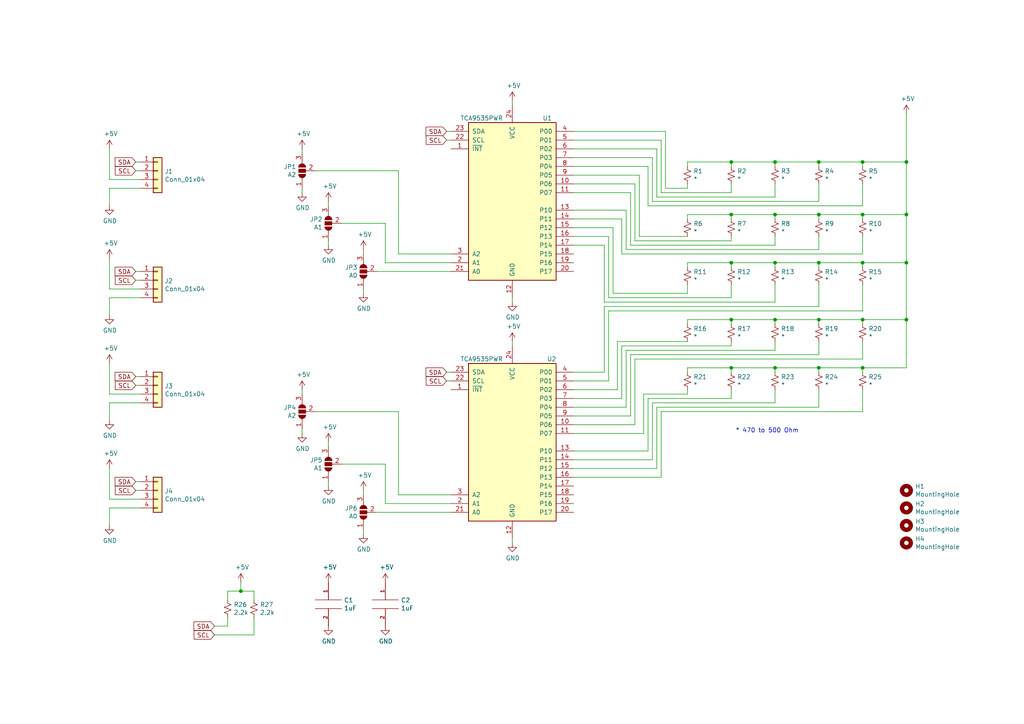
<source format=kicad_sch>
(kicad_sch (version 20211123) (generator eeschema)
  (paper "A4")
  (lib_symbols
    (symbol "Connector_Generic:Conn_01x04" (pin_names (offset 1.016) hide)
      (property "Reference" "J" (at 0 5.08 0))
      (property "Value" "Conn_01x04" (at 0 -7.62 0))
      (symbol "Conn_01x04_1_1"
        (rectangle (start -1.27 -4.953) (end 0 -5.207) (stroke (width 0.1524)))
        (rectangle (start -1.27 -2.413) (end 0 -2.667) (stroke (width 0.1524)))
        (rectangle (start -1.27 0.127) (end 0 -0.127) (stroke (width 0.1524)))
        (rectangle (start -1.27 2.667) (end 0 2.413) (stroke (width 0.1524)))
        (rectangle (start -1.27 3.81) (end 1.27 -6.35) (stroke (width 0.254)) (fill (type background)))
        (pin passive line (at -5.08 2.54 0) (length 3.81) (name "Pin_1") (number "1"))
        (pin passive line (at -5.08 0 0) (length 3.81) (name "Pin_2") (number "2"))
        (pin passive line (at -5.08 -2.54 0) (length 3.81) (name "Pin_3") (number "3"))
        (pin passive line (at -5.08 -5.08 0) (length 3.81) (name "Pin_4") (number "4"))
      )
    )
    (symbol "Device:R_Small_US" (pin_numbers hide) (pin_names (offset 0.254) hide)
      (property "Reference" "R" (at 0.762 0.508 0))
      (property "Value" "R_Small_US" (at 0.762 -1.016 0))
      (symbol "R_Small_US_1_1"
        (polyline (pts (xy 0 0) (xy 1.016 -0.381) (xy 0 -0.762) (xy -1.016 -1.143) (xy 0 -1.524)))
        (polyline (pts (xy 0 1.524) (xy 1.016 1.143) (xy 0 0.762) (xy -1.016 0.381) (xy 0 0)))
        (pin passive line (at 0 2.54 270) (length 1.016) (name "~") (number "1"))
        (pin passive line (at 0 -2.54 90) (length 1.016) (name "~") (number "2"))
      )
    )
    (symbol "Interface_Expansion:TCA9535PWR" (pin_names (offset 1.016))
      (property "Reference" "U" (at -11.43 24.13 0))
      (property "Value" "TCA9535PWR" (at 0 0 0))
      (symbol "TCA9535PWR_0_1"
        (rectangle (start -12.7 22.86) (end 12.7 -22.86) (stroke (width 0.254)) (fill (type background)))
      )
      (symbol "TCA9535PWR_1_1"
        (pin open_collector line (at -17.78 15.24 0) (length 5.08) (name "~{INT}") (number "1"))
        (pin bidirectional line (at 17.78 5.08 180) (length 5.08) (name "P06") (number "10"))
        (pin bidirectional line (at 17.78 2.54 180) (length 5.08) (name "P07") (number "11"))
        (pin power_in line (at 0 -27.94 90) (length 5.08) (name "GND") (number "12"))
        (pin bidirectional line (at 17.78 -2.54 180) (length 5.08) (name "P10") (number "13"))
        (pin bidirectional line (at 17.78 -5.08 180) (length 5.08) (name "P11") (number "14"))
        (pin bidirectional line (at 17.78 -7.62 180) (length 5.08) (name "P12") (number "15"))
        (pin bidirectional line (at 17.78 -10.16 180) (length 5.08) (name "P13") (number "16"))
        (pin bidirectional line (at 17.78 -12.7 180) (length 5.08) (name "P14") (number "17"))
        (pin bidirectional line (at 17.78 -15.24 180) (length 5.08) (name "P15") (number "18"))
        (pin bidirectional line (at 17.78 -17.78 180) (length 5.08) (name "P16") (number "19"))
        (pin input line (at -17.78 -17.78 0) (length 5.08) (name "A1") (number "2"))
        (pin bidirectional line (at 17.78 -20.32 180) (length 5.08) (name "P17") (number "20"))
        (pin input line (at -17.78 -20.32 0) (length 5.08) (name "A0") (number "21"))
        (pin input line (at -17.78 17.78 0) (length 5.08) (name "SCL") (number "22"))
        (pin bidirectional line (at -17.78 20.32 0) (length 5.08) (name "SDA") (number "23"))
        (pin power_in line (at 0 27.94 270) (length 5.08) (name "VCC") (number "24"))
        (pin input line (at -17.78 -15.24 0) (length 5.08) (name "A2") (number "3"))
        (pin bidirectional line (at 17.78 20.32 180) (length 5.08) (name "P00") (number "4"))
        (pin bidirectional line (at 17.78 17.78 180) (length 5.08) (name "P01") (number "5"))
        (pin bidirectional line (at 17.78 15.24 180) (length 5.08) (name "P02") (number "6"))
        (pin bidirectional line (at 17.78 12.7 180) (length 5.08) (name "P03") (number "7"))
        (pin bidirectional line (at 17.78 10.16 180) (length 5.08) (name "P04") (number "8"))
        (pin bidirectional line (at 17.78 7.62 180) (length 5.08) (name "P05") (number "9"))
      )
    )
    (symbol "Jumper:SolderJumper_3_Open" (pin_names (offset 0) hide)
      (property "Reference" "JP" (at -2.54 -2.54 0))
      (property "Value" "SolderJumper_3_Open" (at 0 2.794 0))
      (symbol "SolderJumper_3_Open_0_1"
        (arc (start -1.016 1.016) (mid -2.032 0) (end -1.016 -1.016))
        (arc (start -1.016 1.016) (mid -2.032 0) (end -1.016 -1.016) (fill (type outline)))
        (rectangle (start -0.508 1.016) (end 0.508 -1.016) (fill (type outline)))
        (polyline (pts (xy -2.54 0) (xy -2.032 0)))
        (polyline (pts (xy -1.016 1.016) (xy -1.016 -1.016)))
        (polyline (pts (xy 0 -1.27) (xy 0 -1.016)))
        (polyline (pts (xy 1.016 1.016) (xy 1.016 -1.016)))
        (polyline (pts (xy 2.54 0) (xy 2.032 0)))
        (arc (start 1.016 -1.016) (mid 2.032 0) (end 1.016 1.016))
        (arc (start 1.016 -1.016) (mid 2.032 0) (end 1.016 1.016) (fill (type outline)))
      )
      (symbol "SolderJumper_3_Open_1_1"
        (pin passive line (at -5.08 0 0) (length 2.54) (name "A") (number "1"))
        (pin input line (at 0 -3.81 90) (length 2.54) (name "C") (number "2"))
        (pin passive line (at 5.08 0 180) (length 2.54) (name "B") (number "3"))
      )
    )
    (symbol "Mechanical:MountingHole" (pin_names (offset 1.016))
      (property "Reference" "H" (at 0 5.08 0))
      (property "Value" "MountingHole" (at 0 3.175 0))
      (symbol "MountingHole_0_1"
        (circle (center 0 0) (radius 1.27) (stroke (width 1.27)))
      )
    )
    (symbol "power:+5V" (power) (pin_names (offset 0))
      (property "Value" "+5V" (at 0 3.556 0))
      (symbol "+5V_0_1"
        (polyline (pts (xy -0.762 1.27) (xy 0 2.54)))
        (polyline (pts (xy 0 0) (xy 0 2.54)))
        (polyline (pts (xy 0 2.54) (xy 0.762 1.27)))
      )
      (symbol "+5V_1_1"
        (pin power_in line (at 0 0 90) (length 0) hide (name "+5V") (number "1"))
      )
    )
    (symbol "power:GND" (power) (pin_names (offset 0))
      (property "Value" "GND" (at 0 -3.81 0))
      (symbol "GND_0_1"
        (polyline (pts (xy 0 0) (xy 0 -1.27) (xy 1.27 -1.27) (xy 0 -2.54) (xy -1.27 -1.27) (xy 0 -1.27)))
      )
      (symbol "GND_1_1"
        (pin power_in line (at 0 0 270) (length 0) hide (name "GND") (number "1"))
      )
    )
    (symbol "pspice:CAP" (pin_names (offset 0.254))
      (property "Reference" "C" (at 2.54 3.81 90))
      (property "Value" "CAP" (at 2.54 -3.81 90))
      (symbol "CAP_0_1"
        (polyline (pts (xy -3.81 -1.27) (xy 3.81 -1.27)))
        (polyline (pts (xy -3.81 1.27) (xy 3.81 1.27)))
      )
      (symbol "CAP_1_1"
        (pin passive line (at 0 6.35 270) (length 5.08) (name "~") (number "1"))
        (pin passive line (at 0 -6.35 90) (length 5.08) (name "~") (number "2"))
      )
    )
  )
  (junction (at 262.89 92.71))
  (junction (at 250.19 62.23))
  (junction (at 69.85 171.45))
  (junction (at 224.79 46.99))
  (junction (at 224.79 76.2))
  (junction (at 237.49 62.23))
  (junction (at 212.09 106.68))
  (junction (at 212.09 92.71))
  (junction (at 237.49 106.68))
  (junction (at 237.49 76.2))
  (junction (at 262.89 62.23))
  (junction (at 250.19 92.71))
  (junction (at 212.09 76.2))
  (junction (at 250.19 106.68))
  (junction (at 250.19 46.99))
  (junction (at 212.09 62.23))
  (junction (at 224.79 106.68))
  (junction (at 262.89 76.2))
  (junction (at 224.79 92.71))
  (junction (at 237.49 46.99))
  (junction (at 250.19 76.2))
  (junction (at 237.49 92.71))
  (junction (at 262.89 46.99))
  (junction (at 212.09 46.99))
  (junction (at 224.79 62.23))
  (wire (pts (xy 185.42 50.8) (xy 185.42 68.58)))
  (wire (pts (xy 199.39 106.68) (xy 212.09 106.68)))
  (wire (pts (xy 115.57 119.38) (xy 91.44 119.38)))
  (wire (pts (xy 105.41 72.39) (xy 105.41 73.66)))
  (wire (pts (xy 224.79 113.03) (xy 224.79 116.84)))
  (wire (pts (xy 181.61 72.39) (xy 237.49 72.39)))
  (wire (pts (xy 111.76 134.62) (xy 111.76 146.05)))
  (wire (pts (xy 115.57 73.66) (xy 115.57 49.53)))
  (wire (pts (xy 129.54 38.1) (xy 130.81 38.1)))
  (wire (pts (xy 212.09 55.88) (xy 212.09 53.34)))
  (wire (pts (xy 212.09 62.23) (xy 212.09 63.5)))
  (wire (pts (xy 166.37 63.5) (xy 180.34 63.5)))
  (wire (pts (xy 31.75 135.89) (xy 31.75 144.78)))
  (wire (pts (xy 250.19 92.71) (xy 250.19 93.98)))
  (wire (pts (xy 189.23 116.84) (xy 189.23 133.35)))
  (wire (pts (xy 31.75 114.3) (xy 40.64 114.3)))
  (wire (pts (xy 166.37 115.57) (xy 180.34 115.57)))
  (wire (pts (xy 237.49 82.55) (xy 237.49 88.9)))
  (wire (pts (xy 184.15 69.85) (xy 212.09 69.85)))
  (wire (pts (xy 237.49 118.11) (xy 190.5 118.11)))
  (wire (pts (xy 95.25 58.42) (xy 95.25 59.69)))
  (wire (pts (xy 87.63 43.18) (xy 87.63 44.45)))
  (wire (pts (xy 262.89 76.2) (xy 262.89 62.23)))
  (wire (pts (xy 212.09 76.2) (xy 224.79 76.2)))
  (wire (pts (xy 199.39 92.71) (xy 212.09 92.71)))
  (wire (pts (xy 237.49 72.39) (xy 237.49 68.58)))
  (wire (pts (xy 179.07 99.06) (xy 199.39 99.06)))
  (wire (pts (xy 224.79 92.71) (xy 224.79 93.98)))
  (wire (pts (xy 31.75 152.4) (xy 31.75 147.32)))
  (wire (pts (xy 224.79 106.68) (xy 224.79 107.95)))
  (wire (pts (xy 184.15 123.19) (xy 166.37 123.19)))
  (wire (pts (xy 224.79 116.84) (xy 189.23 116.84)))
  (wire (pts (xy 177.8 85.09) (xy 199.39 85.09)))
  (wire (pts (xy 224.79 106.68) (xy 237.49 106.68)))
  (wire (pts (xy 184.15 104.14) (xy 184.15 123.19)))
  (wire (pts (xy 66.04 173.99) (xy 66.04 171.45)))
  (wire (pts (xy 95.25 128.27) (xy 95.25 129.54)))
  (wire (pts (xy 148.59 156.21) (xy 148.59 157.48)))
  (wire (pts (xy 105.41 85.09) (xy 105.41 83.82)))
  (wire (pts (xy 166.37 45.72) (xy 189.23 45.72)))
  (wire (pts (xy 31.75 105.41) (xy 31.75 114.3)))
  (wire (pts (xy 166.37 55.88) (xy 182.88 55.88)))
  (wire (pts (xy 224.79 76.2) (xy 237.49 76.2)))
  (wire (pts (xy 237.49 62.23) (xy 237.49 63.5)))
  (wire (pts (xy 87.63 113.03) (xy 87.63 114.3)))
  (wire (pts (xy 189.23 133.35) (xy 166.37 133.35)))
  (wire (pts (xy 66.04 181.61) (xy 66.04 179.07)))
  (wire (pts (xy 109.22 78.74) (xy 130.81 78.74)))
  (wire (pts (xy 224.79 57.15) (xy 224.79 53.34)))
  (wire (pts (xy 224.79 76.2) (xy 224.79 77.47)))
  (wire (pts (xy 237.49 106.68) (xy 237.49 107.95)))
  (wire (pts (xy 199.39 48.26) (xy 199.39 46.99)))
  (wire (pts (xy 180.34 100.33) (xy 212.09 100.33)))
  (wire (pts (xy 199.39 114.3) (xy 186.69 114.3)))
  (wire (pts (xy 129.54 110.49) (xy 130.81 110.49)))
  (wire (pts (xy 212.09 92.71) (xy 212.09 93.98)))
  (wire (pts (xy 224.79 62.23) (xy 224.79 63.5)))
  (wire (pts (xy 105.41 154.94) (xy 105.41 153.67)))
  (wire (pts (xy 111.76 64.77) (xy 111.76 76.2)))
  (wire (pts (xy 224.79 101.6) (xy 224.79 99.06)))
  (wire (pts (xy 166.37 110.49) (xy 176.53 110.49)))
  (wire (pts (xy 31.75 147.32) (xy 40.64 147.32)))
  (wire (pts (xy 189.23 45.72) (xy 189.23 58.42)))
  (wire (pts (xy 166.37 40.64) (xy 191.77 40.64)))
  (wire (pts (xy 212.09 62.23) (xy 224.79 62.23)))
  (wire (pts (xy 250.19 62.23) (xy 262.89 62.23)))
  (wire (pts (xy 181.61 60.96) (xy 181.61 72.39)))
  (wire (pts (xy 224.79 62.23) (xy 237.49 62.23)))
  (wire (pts (xy 187.96 59.69) (xy 250.19 59.69)))
  (wire (pts (xy 250.19 46.99) (xy 250.19 48.26)))
  (wire (pts (xy 191.77 55.88) (xy 212.09 55.88)))
  (wire (pts (xy 115.57 143.51) (xy 130.81 143.51)))
  (wire (pts (xy 180.34 73.66) (xy 250.19 73.66)))
  (wire (pts (xy 31.75 43.18) (xy 31.75 52.07)))
  (wire (pts (xy 31.75 54.61) (xy 40.64 54.61)))
  (wire (pts (xy 224.79 82.55) (xy 224.79 87.63)))
  (wire (pts (xy 31.75 74.93) (xy 31.75 83.82)))
  (wire (pts (xy 250.19 76.2) (xy 262.89 76.2)))
  (wire (pts (xy 148.59 29.21) (xy 148.59 30.48)))
  (wire (pts (xy 166.37 71.12) (xy 175.26 71.12)))
  (wire (pts (xy 187.96 115.57) (xy 212.09 115.57)))
  (wire (pts (xy 129.54 107.95) (xy 130.81 107.95)))
  (wire (pts (xy 250.19 106.68) (xy 250.19 107.95)))
  (wire (pts (xy 39.37 49.53) (xy 40.64 49.53)))
  (wire (pts (xy 184.15 53.34) (xy 184.15 69.85)))
  (wire (pts (xy 191.77 119.38) (xy 191.77 138.43)))
  (wire (pts (xy 166.37 53.34) (xy 184.15 53.34)))
  (wire (pts (xy 166.37 107.95) (xy 175.26 107.95)))
  (wire (pts (xy 185.42 68.58) (xy 199.39 68.58)))
  (wire (pts (xy 212.09 46.99) (xy 224.79 46.99)))
  (wire (pts (xy 212.09 106.68) (xy 224.79 106.68)))
  (wire (pts (xy 148.59 87.63) (xy 148.59 86.36)))
  (wire (pts (xy 166.37 68.58) (xy 176.53 68.58)))
  (wire (pts (xy 39.37 46.99) (xy 40.64 46.99)))
  (wire (pts (xy 69.85 171.45) (xy 73.66 171.45)))
  (wire (pts (xy 182.88 55.88) (xy 182.88 71.12)))
  (wire (pts (xy 175.26 88.9) (xy 237.49 88.9)))
  (wire (pts (xy 237.49 46.99) (xy 237.49 48.26)))
  (wire (pts (xy 224.79 46.99) (xy 237.49 46.99)))
  (wire (pts (xy 262.89 46.99) (xy 262.89 33.02)))
  (wire (pts (xy 237.49 58.42) (xy 237.49 53.34)))
  (wire (pts (xy 199.39 82.55) (xy 199.39 85.09)))
  (wire (pts (xy 199.39 93.98) (xy 199.39 92.71)))
  (wire (pts (xy 31.75 83.82) (xy 40.64 83.82)))
  (wire (pts (xy 109.22 148.59) (xy 130.81 148.59)))
  (wire (pts (xy 166.37 113.03) (xy 179.07 113.03)))
  (wire (pts (xy 212.09 100.33) (xy 212.09 99.06)))
  (wire (pts (xy 250.19 59.69) (xy 250.19 53.34)))
  (wire (pts (xy 237.49 92.71) (xy 250.19 92.71)))
  (wire (pts (xy 111.76 76.2) (xy 130.81 76.2)))
  (wire (pts (xy 250.19 82.55) (xy 250.19 90.17)))
  (wire (pts (xy 199.39 77.47) (xy 199.39 76.2)))
  (wire (pts (xy 190.5 135.89) (xy 166.37 135.89)))
  (wire (pts (xy 166.37 60.96) (xy 181.61 60.96)))
  (wire (pts (xy 99.06 64.77) (xy 111.76 64.77)))
  (wire (pts (xy 95.25 71.12) (xy 95.25 69.85)))
  (wire (pts (xy 62.23 181.61) (xy 66.04 181.61)))
  (wire (pts (xy 129.54 40.64) (xy 130.81 40.64)))
  (wire (pts (xy 111.76 146.05) (xy 130.81 146.05)))
  (wire (pts (xy 31.75 121.92) (xy 31.75 116.84)))
  (wire (pts (xy 199.39 113.03) (xy 199.39 114.3)))
  (wire (pts (xy 237.49 106.68) (xy 250.19 106.68)))
  (wire (pts (xy 212.09 115.57) (xy 212.09 113.03)))
  (wire (pts (xy 180.34 115.57) (xy 180.34 100.33)))
  (wire (pts (xy 166.37 38.1) (xy 193.04 38.1)))
  (wire (pts (xy 262.89 106.68) (xy 262.89 92.71)))
  (wire (pts (xy 31.75 59.69) (xy 31.75 54.61)))
  (wire (pts (xy 115.57 143.51) (xy 115.57 119.38)))
  (wire (pts (xy 193.04 38.1) (xy 193.04 54.61)))
  (wire (pts (xy 177.8 66.04) (xy 177.8 85.09)))
  (wire (pts (xy 199.39 62.23) (xy 212.09 62.23)))
  (wire (pts (xy 237.49 92.71) (xy 237.49 93.98)))
  (wire (pts (xy 176.53 68.58) (xy 176.53 86.36)))
  (wire (pts (xy 224.79 71.12) (xy 224.79 68.58)))
  (wire (pts (xy 115.57 49.53) (xy 91.44 49.53)))
  (wire (pts (xy 166.37 48.26) (xy 187.96 48.26)))
  (wire (pts (xy 166.37 66.04) (xy 177.8 66.04)))
  (wire (pts (xy 250.19 106.68) (xy 262.89 106.68)))
  (wire (pts (xy 237.49 76.2) (xy 237.49 77.47)))
  (wire (pts (xy 191.77 40.64) (xy 191.77 55.88)))
  (wire (pts (xy 166.37 130.81) (xy 187.96 130.81)))
  (wire (pts (xy 87.63 55.88) (xy 87.63 54.61)))
  (wire (pts (xy 237.49 113.03) (xy 237.49 118.11)))
  (wire (pts (xy 190.5 43.18) (xy 190.5 57.15)))
  (wire (pts (xy 179.07 113.03) (xy 179.07 99.06)))
  (wire (pts (xy 250.19 92.71) (xy 262.89 92.71)))
  (wire (pts (xy 250.19 76.2) (xy 250.19 77.47)))
  (wire (pts (xy 237.49 76.2) (xy 250.19 76.2)))
  (wire (pts (xy 237.49 62.23) (xy 250.19 62.23)))
  (wire (pts (xy 62.23 184.15) (xy 73.66 184.15)))
  (wire (pts (xy 166.37 120.65) (xy 182.88 120.65)))
  (wire (pts (xy 175.26 87.63) (xy 224.79 87.63)))
  (wire (pts (xy 175.26 107.95) (xy 175.26 88.9)))
  (wire (pts (xy 182.88 71.12) (xy 224.79 71.12)))
  (wire (pts (xy 187.96 48.26) (xy 187.96 59.69)))
  (wire (pts (xy 199.39 76.2) (xy 212.09 76.2)))
  (wire (pts (xy 193.04 54.61) (xy 199.39 54.61)))
  (wire (pts (xy 31.75 86.36) (xy 40.64 86.36)))
  (wire (pts (xy 191.77 138.43) (xy 166.37 138.43)))
  (wire (pts (xy 250.19 99.06) (xy 250.19 104.14)))
  (wire (pts (xy 199.39 46.99) (xy 212.09 46.99)))
  (wire (pts (xy 199.39 107.95) (xy 199.39 106.68)))
  (wire (pts (xy 224.79 92.71) (xy 237.49 92.71)))
  (wire (pts (xy 105.41 142.24) (xy 105.41 143.51)))
  (wire (pts (xy 212.09 92.71) (xy 224.79 92.71)))
  (wire (pts (xy 212.09 106.68) (xy 212.09 107.95)))
  (wire (pts (xy 176.53 86.36) (xy 212.09 86.36)))
  (wire (pts (xy 166.37 50.8) (xy 185.42 50.8)))
  (wire (pts (xy 181.61 101.6) (xy 224.79 101.6)))
  (wire (pts (xy 250.19 62.23) (xy 250.19 63.5)))
  (wire (pts (xy 250.19 119.38) (xy 191.77 119.38)))
  (wire (pts (xy 190.5 57.15) (xy 224.79 57.15)))
  (wire (pts (xy 182.88 120.65) (xy 182.88 102.87)))
  (wire (pts (xy 39.37 139.7) (xy 40.64 139.7)))
  (wire (pts (xy 69.85 168.91) (xy 69.85 171.45)))
  (wire (pts (xy 212.09 69.85) (xy 212.09 68.58)))
  (wire (pts (xy 182.88 102.87) (xy 237.49 102.87)))
  (wire (pts (xy 186.69 125.73) (xy 166.37 125.73)))
  (wire (pts (xy 262.89 92.71) (xy 262.89 76.2)))
  (wire (pts (xy 99.06 134.62) (xy 111.76 134.62)))
  (wire (pts (xy 31.75 144.78) (xy 40.64 144.78)))
  (wire (pts (xy 187.96 130.81) (xy 187.96 115.57)))
  (wire (pts (xy 250.19 46.99) (xy 262.89 46.99)))
  (wire (pts (xy 184.15 104.14) (xy 250.19 104.14)))
  (wire (pts (xy 181.61 118.11) (xy 166.37 118.11)))
  (wire (pts (xy 175.26 71.12) (xy 175.26 87.63)))
  (wire (pts (xy 166.37 43.18) (xy 190.5 43.18)))
  (wire (pts (xy 180.34 63.5) (xy 180.34 73.66)))
  (wire (pts (xy 250.19 113.03) (xy 250.19 119.38)))
  (wire (pts (xy 237.49 99.06) (xy 237.49 102.87)))
  (wire (pts (xy 186.69 114.3) (xy 186.69 125.73)))
  (wire (pts (xy 73.66 184.15) (xy 73.66 179.07)))
  (wire (pts (xy 31.75 52.07) (xy 40.64 52.07)))
  (wire (pts (xy 148.59 100.33) (xy 148.59 99.06)))
  (wire (pts (xy 39.37 109.22) (xy 40.64 109.22)))
  (wire (pts (xy 31.75 91.44) (xy 31.75 86.36)))
  (wire (pts (xy 87.63 125.73) (xy 87.63 124.46)))
  (wire (pts (xy 224.79 46.99) (xy 224.79 48.26)))
  (wire (pts (xy 181.61 101.6) (xy 181.61 118.11)))
  (wire (pts (xy 212.09 82.55) (xy 212.09 86.36)))
  (wire (pts (xy 199.39 54.61) (xy 199.39 53.34)))
  (wire (pts (xy 262.89 62.23) (xy 262.89 46.99)))
  (wire (pts (xy 199.39 63.5) (xy 199.39 62.23)))
  (wire (pts (xy 39.37 78.74) (xy 40.64 78.74)))
  (wire (pts (xy 31.75 116.84) (xy 40.64 116.84)))
  (wire (pts (xy 212.09 46.99) (xy 212.09 48.26)))
  (wire (pts (xy 212.09 76.2) (xy 212.09 77.47)))
  (wire (pts (xy 39.37 81.28) (xy 40.64 81.28)))
  (wire (pts (xy 115.57 73.66) (xy 130.81 73.66)))
  (wire (pts (xy 237.49 46.99) (xy 250.19 46.99)))
  (wire (pts (xy 73.66 171.45) (xy 73.66 173.99)))
  (wire (pts (xy 176.53 110.49) (xy 176.53 90.17)))
  (wire (pts (xy 39.37 142.24) (xy 40.64 142.24)))
  (wire (pts (xy 66.04 171.45) (xy 69.85 171.45)))
  (wire (pts (xy 39.37 111.76) (xy 40.64 111.76)))
  (wire (pts (xy 250.19 73.66) (xy 250.19 68.58)))
  (wire (pts (xy 189.23 58.42) (xy 237.49 58.42)))
  (wire (pts (xy 176.53 90.17) (xy 250.19 90.17)))
  (wire (pts (xy 95.25 140.97) (xy 95.25 139.7)))
  (wire (pts (xy 190.5 118.11) (xy 190.5 135.89)))
  (text "* 470 to 500 Ohm" (at 213.36 125.73 0) (effects (font (size 1.27 1.27)) (justify left bottom)))
  (global_label "SDA" (shape input) (at 39.37 139.7 180) (property "Intersheet References" "${INTERSHEET_REFS}" (effects hide)))
  (global_label "SDA" (shape input) (at 129.54 107.95 180) (property "Intersheet References" "${INTERSHEET_REFS}" (effects hide)))
  (global_label "SDA" (shape input) (at 39.37 78.74 180) (property "Intersheet References" "${INTERSHEET_REFS}" (effects hide)))
  (global_label "SDA" (shape input) (at 129.54 38.1 180) (property "Intersheet References" "${INTERSHEET_REFS}" (effects hide)))
  (global_label "SCL" (shape input) (at 62.23 184.15 180) (property "Intersheet References" "${INTERSHEET_REFS}" (effects hide)))
  (global_label "SCL" (shape input) (at 39.37 81.28 180) (property "Intersheet References" "${INTERSHEET_REFS}" (effects hide)))
  (global_label "SCL" (shape input) (at 39.37 49.53 180) (property "Intersheet References" "${INTERSHEET_REFS}" (effects hide)))
  (global_label "SCL" (shape input) (at 39.37 142.24 180) (property "Intersheet References" "${INTERSHEET_REFS}" (effects hide)))
  (global_label "SDA" (shape input) (at 62.23 181.61 180) (property "Intersheet References" "${INTERSHEET_REFS}" (effects hide)))
  (global_label "SCL" (shape input) (at 39.37 111.76 180) (property "Intersheet References" "${INTERSHEET_REFS}" (effects hide)))
  (global_label "SCL" (shape input) (at 129.54 40.64 180) (property "Intersheet References" "${INTERSHEET_REFS}" (effects hide)))
  (global_label "SDA" (shape input) (at 39.37 109.22 180) (property "Intersheet References" "${INTERSHEET_REFS}" (effects hide)))
  (global_label "SDA" (shape input) (at 39.37 46.99 180) (property "Intersheet References" "${INTERSHEET_REFS}" (effects hide)))
  (global_label "SCL" (shape input) (at 129.54 110.49 180) (property "Intersheet References" "${INTERSHEET_REFS}" (effects hide)))
  (symbol (lib_id "Device:R_Small_US") (at 199.39 50.8 0) (unit 1)
    (property "Reference" "R1" (at 201.1172 49.6316 0) (effects (justify left)))
    (property "Value" "*" (at 201.1172 51.943 0) (effects (justify left)))
    (property "Footprint" "Resistor_SMD:R_2010_5025Metric" (effects hide))
  )
  (symbol (lib_id "Interface_Expansion:TCA9535PWR") (at 148.59 58.42 0) (unit 1)
    (property "Reference" "U1" (at 158.75 34.29 0))
    (property "Value" "TCA9535PWR" (at 139.7 34.29 0))
    (property "Footprint" "Package_SO:TSSOP-24_4.4x7.8mm_P0.65mm" (effects hide))
    (property "Datasheet" "http://www.ti.com/lit/ds/symlink/tca9535.pdf" (effects hide))
  )
  (symbol (lib_id "Interface_Expansion:TCA9535PWR") (at 148.59 128.27 0) (unit 1)
    (property "Reference" "U2" (at 160.02 104.14 0))
    (property "Value" "TCA9535PWR" (at 139.7 104.14 0))
    (property "Footprint" "Package_SO:TSSOP-24_4.4x7.8mm_P0.65mm" (effects hide))
    (property "Datasheet" "http://www.ti.com/lit/ds/symlink/tca9535.pdf" (effects hide))
  )
  (symbol (lib_id "power:GND") (at 148.59 87.63 0) (unit 1)
    (property "Reference" "#PWR012" (effects hide))
    (property "Value" "GND" (at 148.717 92.0242 0))
  )
  (symbol (lib_id "power:GND") (at 148.59 157.48 0) (unit 1)
    (property "Reference" "#PWR025" (effects hide))
    (property "Value" "GND" (at 148.717 161.8742 0))
  )
  (symbol (lib_id "power:+5V") (at 148.59 29.21 0) (unit 1)
    (property "Reference" "#PWR01" (effects hide))
    (property "Value" "+5V" (at 148.971 24.8158 0))
  )
  (symbol (lib_id "power:+5V") (at 148.59 99.06 0) (unit 1)
    (property "Reference" "#PWR014" (effects hide))
    (property "Value" "+5V" (at 148.971 94.6658 0))
  )
  (symbol (lib_id "power:+5V") (at 262.89 33.02 0) (unit 1)
    (property "Reference" "#PWR02" (effects hide))
    (property "Value" "+5V" (at 263.271 28.6258 0))
  )
  (symbol (lib_id "Mechanical:MountingHole") (at 262.89 142.24 0) (unit 1)
    (property "Reference" "H1" (at 265.43 141.0716 0) (effects (justify left)))
    (property "Value" "MountingHole" (at 265.43 143.383 0) (effects (justify left)))
    (property "Footprint" "MountingHole:MountingHole_2.2mm_M2" (effects hide))
  )
  (symbol (lib_id "Device:R_Small_US") (at 212.09 50.8 0) (unit 1)
    (property "Reference" "R2" (at 213.8172 49.6316 0) (effects (justify left)))
    (property "Value" "*" (at 213.8172 51.943 0) (effects (justify left)))
    (property "Footprint" "Resistor_SMD:R_2010_5025Metric" (effects hide))
  )
  (symbol (lib_id "Device:R_Small_US") (at 224.79 50.8 0) (unit 1)
    (property "Reference" "R3" (at 226.5172 49.6316 0) (effects (justify left)))
    (property "Value" "*" (at 226.5172 51.943 0) (effects (justify left)))
    (property "Footprint" "Resistor_SMD:R_2010_5025Metric" (effects hide))
  )
  (symbol (lib_id "Device:R_Small_US") (at 237.49 50.8 0) (unit 1)
    (property "Reference" "R4" (at 239.2172 49.6316 0) (effects (justify left)))
    (property "Value" "*" (at 239.2172 51.943 0) (effects (justify left)))
    (property "Footprint" "Resistor_SMD:R_2010_5025Metric" (effects hide))
  )
  (symbol (lib_id "Device:R_Small_US") (at 250.19 50.8 0) (unit 1)
    (property "Reference" "R5" (at 251.9172 49.6316 0) (effects (justify left)))
    (property "Value" "*" (at 251.9172 51.943 0) (effects (justify left)))
    (property "Footprint" "Resistor_SMD:R_2010_5025Metric" (effects hide))
  )
  (symbol (lib_id "Device:R_Small_US") (at 199.39 80.01 0) (unit 1)
    (property "Reference" "R11" (at 201.1172 78.8416 0) (effects (justify left)))
    (property "Value" "*" (at 201.1172 81.153 0) (effects (justify left)))
    (property "Footprint" "Resistor_SMD:R_2010_5025Metric" (effects hide))
  )
  (symbol (lib_id "Device:R_Small_US") (at 212.09 80.01 0) (unit 1)
    (property "Reference" "R12" (at 213.8172 78.8416 0) (effects (justify left)))
    (property "Value" "*" (at 213.8172 81.153 0) (effects (justify left)))
    (property "Footprint" "Resistor_SMD:R_2010_5025Metric" (effects hide))
  )
  (symbol (lib_id "Device:R_Small_US") (at 224.79 80.01 0) (unit 1)
    (property "Reference" "R13" (at 226.5172 78.8416 0) (effects (justify left)))
    (property "Value" "*" (at 226.5172 81.153 0) (effects (justify left)))
    (property "Footprint" "Resistor_SMD:R_2010_5025Metric" (effects hide))
  )
  (symbol (lib_id "Device:R_Small_US") (at 237.49 80.01 0) (unit 1)
    (property "Reference" "R14" (at 239.2172 78.8416 0) (effects (justify left)))
    (property "Value" "*" (at 239.2172 81.153 0) (effects (justify left)))
    (property "Footprint" "Resistor_SMD:R_2010_5025Metric" (effects hide))
  )
  (symbol (lib_id "Device:R_Small_US") (at 250.19 80.01 0) (unit 1)
    (property "Reference" "R15" (at 251.9172 78.8416 0) (effects (justify left)))
    (property "Value" "*" (at 251.9172 81.153 0) (effects (justify left)))
    (property "Footprint" "Resistor_SMD:R_2010_5025Metric" (effects hide))
  )
  (symbol (lib_id "Device:R_Small_US") (at 199.39 66.04 0) (unit 1)
    (property "Reference" "R6" (at 201.1172 64.8716 0) (effects (justify left)))
    (property "Value" "*" (at 201.1172 67.183 0) (effects (justify left)))
    (property "Footprint" "Resistor_SMD:R_2010_5025Metric" (effects hide))
  )
  (symbol (lib_id "Device:R_Small_US") (at 212.09 66.04 0) (unit 1)
    (property "Reference" "R7" (at 213.8172 64.8716 0) (effects (justify left)))
    (property "Value" "*" (at 213.8172 67.183 0) (effects (justify left)))
    (property "Footprint" "Resistor_SMD:R_2010_5025Metric" (effects hide))
  )
  (symbol (lib_id "Device:R_Small_US") (at 224.79 66.04 0) (unit 1)
    (property "Reference" "R8" (at 226.5172 64.8716 0) (effects (justify left)))
    (property "Value" "*" (at 226.5172 67.183 0) (effects (justify left)))
    (property "Footprint" "Resistor_SMD:R_2010_5025Metric" (effects hide))
  )
  (symbol (lib_id "Device:R_Small_US") (at 237.49 66.04 0) (unit 1)
    (property "Reference" "R9" (at 239.2172 64.8716 0) (effects (justify left)))
    (property "Value" "*" (at 239.2172 67.183 0) (effects (justify left)))
    (property "Footprint" "Resistor_SMD:R_2010_5025Metric" (effects hide))
  )
  (symbol (lib_id "Device:R_Small_US") (at 250.19 66.04 0) (unit 1)
    (property "Reference" "R10" (at 251.9172 64.8716 0) (effects (justify left)))
    (property "Value" "*" (at 251.9172 67.183 0) (effects (justify left)))
    (property "Footprint" "Resistor_SMD:R_2010_5025Metric" (effects hide))
  )
  (symbol (lib_id "Device:R_Small_US") (at 199.39 96.52 0) (unit 1)
    (property "Reference" "R16" (at 201.1172 95.3516 0) (effects (justify left)))
    (property "Value" "*" (at 201.1172 97.663 0) (effects (justify left)))
    (property "Footprint" "Resistor_SMD:R_2010_5025Metric" (effects hide))
  )
  (symbol (lib_id "Device:R_Small_US") (at 212.09 96.52 0) (unit 1)
    (property "Reference" "R17" (at 213.8172 95.3516 0) (effects (justify left)))
    (property "Value" "*" (at 213.8172 97.663 0) (effects (justify left)))
    (property "Footprint" "Resistor_SMD:R_2010_5025Metric" (effects hide))
  )
  (symbol (lib_id "Device:R_Small_US") (at 224.79 96.52 0) (unit 1)
    (property "Reference" "R18" (at 226.5172 95.3516 0) (effects (justify left)))
    (property "Value" "*" (at 226.5172 97.663 0) (effects (justify left)))
    (property "Footprint" "Resistor_SMD:R_2010_5025Metric" (effects hide))
  )
  (symbol (lib_id "Device:R_Small_US") (at 237.49 96.52 0) (unit 1)
    (property "Reference" "R19" (at 239.2172 95.3516 0) (effects (justify left)))
    (property "Value" "*" (at 239.2172 97.663 0) (effects (justify left)))
    (property "Footprint" "Resistor_SMD:R_2010_5025Metric" (effects hide))
  )
  (symbol (lib_id "Device:R_Small_US") (at 250.19 96.52 0) (unit 1)
    (property "Reference" "R20" (at 251.9172 95.3516 0) (effects (justify left)))
    (property "Value" "*" (at 251.9172 97.663 0) (effects (justify left)))
    (property "Footprint" "Resistor_SMD:R_2010_5025Metric" (effects hide))
  )
  (symbol (lib_id "Device:R_Small_US") (at 199.39 110.49 0) (unit 1)
    (property "Reference" "R21" (at 201.1172 109.3216 0) (effects (justify left)))
    (property "Value" "*" (at 201.1172 111.633 0) (effects (justify left)))
    (property "Footprint" "Resistor_SMD:R_2010_5025Metric" (effects hide))
  )
  (symbol (lib_id "Device:R_Small_US") (at 212.09 110.49 0) (unit 1)
    (property "Reference" "R22" (at 213.8172 109.3216 0) (effects (justify left)))
    (property "Value" "*" (at 213.8172 111.633 0) (effects (justify left)))
    (property "Footprint" "Resistor_SMD:R_2010_5025Metric" (effects hide))
  )
  (symbol (lib_id "Device:R_Small_US") (at 224.79 110.49 0) (unit 1)
    (property "Reference" "R23" (at 226.5172 109.3216 0) (effects (justify left)))
    (property "Value" "*" (at 226.5172 111.633 0) (effects (justify left)))
    (property "Footprint" "Resistor_SMD:R_2010_5025Metric" (effects hide))
  )
  (symbol (lib_id "Device:R_Small_US") (at 237.49 110.49 0) (unit 1)
    (property "Reference" "R24" (at 239.2172 109.3216 0) (effects (justify left)))
    (property "Value" "*" (at 239.2172 111.633 0) (effects (justify left)))
    (property "Footprint" "Resistor_SMD:R_2010_5025Metric" (effects hide))
  )
  (symbol (lib_id "Device:R_Small_US") (at 250.19 110.49 0) (unit 1)
    (property "Reference" "R25" (at 251.9172 109.3216 0) (effects (justify left)))
    (property "Value" "*" (at 251.9172 111.633 0) (effects (justify left)))
    (property "Footprint" "Resistor_SMD:R_2010_5025Metric" (effects hide))
  )
  (symbol (lib_id "Mechanical:MountingHole") (at 262.89 147.32 0) (unit 1)
    (property "Reference" "H2" (at 265.43 146.1516 0) (effects (justify left)))
    (property "Value" "MountingHole" (at 265.43 148.463 0) (effects (justify left)))
    (property "Footprint" "MountingHole:MountingHole_2.2mm_M2" (effects hide))
  )
  (symbol (lib_id "Mechanical:MountingHole") (at 262.89 152.4 0) (unit 1)
    (property "Reference" "H3" (at 265.43 151.2316 0) (effects (justify left)))
    (property "Value" "MountingHole" (at 265.43 153.543 0) (effects (justify left)))
    (property "Footprint" "MountingHole:MountingHole_2.2mm_M2" (effects hide))
  )
  (symbol (lib_id "Mechanical:MountingHole") (at 262.89 157.48 0) (unit 1)
    (property "Reference" "H4" (at 265.43 156.3116 0) (effects (justify left)))
    (property "Value" "MountingHole" (at 265.43 158.623 0) (effects (justify left)))
    (property "Footprint" "MountingHole:MountingHole_2.2mm_M2" (effects hide))
  )
  (symbol (lib_id "pspice:CAP") (at 95.25 175.26 0) (unit 1)
    (property "Reference" "C1" (at 99.7712 174.0916 0) (effects (justify left)))
    (property "Value" "1uF" (at 99.7712 176.403 0) (effects (justify left)))
    (property "Footprint" "Capacitor_SMD:C_0805_2012Metric_Pad1.18x1.45mm_HandSolder" (effects hide))
  )
  (symbol (lib_id "pspice:CAP") (at 111.76 175.26 0) (unit 1)
    (property "Reference" "C2" (at 116.2812 174.0916 0) (effects (justify left)))
    (property "Value" "1uF" (at 116.2812 176.403 0) (effects (justify left)))
    (property "Footprint" "Capacitor_SMD:C_0805_2012Metric_Pad1.18x1.45mm_HandSolder" (effects hide))
  )
  (symbol (lib_id "power:+5V") (at 95.25 168.91 0) (unit 1)
    (property "Reference" "#PWR027" (effects hide))
    (property "Value" "+5V" (at 95.631 164.5158 0))
  )
  (symbol (lib_id "power:+5V") (at 111.76 168.91 0) (unit 1)
    (property "Reference" "#PWR029" (effects hide))
    (property "Value" "+5V" (at 112.141 164.5158 0))
  )
  (symbol (lib_id "power:GND") (at 95.25 181.61 0) (unit 1)
    (property "Reference" "#PWR028" (effects hide))
    (property "Value" "GND" (at 95.377 186.0042 0))
  )
  (symbol (lib_id "power:GND") (at 111.76 181.61 0) (unit 1)
    (property "Reference" "#PWR030" (effects hide))
    (property "Value" "GND" (at 111.887 186.0042 0))
  )
  (symbol (lib_id "Jumper:SolderJumper_3_Open") (at 87.63 49.53 90) (unit 1)
    (property "Reference" "JP1" (at 85.9282 48.3616 90) (effects (justify left)))
    (property "Value" "A2" (at 85.9282 50.673 90) (effects (justify left)))
    (property "Footprint" "custom_footprints:SolderJumper-3_P1.3mm_Open_RoundedPad1.0x1.5mm" (effects hide))
  )
  (symbol (lib_id "power:+5V") (at 87.63 43.18 0) (unit 1)
    (property "Reference" "#PWR04" (effects hide))
    (property "Value" "+5V" (at 88.011 38.7858 0))
  )
  (symbol (lib_id "power:GND") (at 87.63 55.88 0) (unit 1)
    (property "Reference" "#PWR05" (effects hide))
    (property "Value" "GND" (at 87.757 60.2742 0))
  )
  (symbol (lib_id "Jumper:SolderJumper_3_Open") (at 95.25 64.77 90) (unit 1)
    (property "Reference" "JP2" (at 93.5482 63.6016 90) (effects (justify left)))
    (property "Value" "A1" (at 93.5482 65.913 90) (effects (justify left)))
    (property "Footprint" "custom_footprints:SolderJumper-3_P1.3mm_Open_RoundedPad1.0x1.5mm" (effects hide))
  )
  (symbol (lib_id "power:+5V") (at 95.25 58.42 0) (unit 1)
    (property "Reference" "#PWR07" (effects hide))
    (property "Value" "+5V" (at 95.631 54.0258 0))
  )
  (symbol (lib_id "power:GND") (at 95.25 71.12 0) (unit 1)
    (property "Reference" "#PWR08" (effects hide))
    (property "Value" "GND" (at 95.377 75.5142 0))
  )
  (symbol (lib_id "Jumper:SolderJumper_3_Open") (at 105.41 78.74 90) (unit 1)
    (property "Reference" "JP3" (at 103.7082 77.5716 90) (effects (justify left)))
    (property "Value" "A0" (at 103.7082 79.883 90) (effects (justify left)))
    (property "Footprint" "custom_footprints:SolderJumper-3_P1.3mm_Open_RoundedPad1.0x1.5mm" (effects hide))
  )
  (symbol (lib_id "power:+5V") (at 105.41 72.39 0) (unit 1)
    (property "Reference" "#PWR09" (effects hide))
    (property "Value" "+5V" (at 105.791 67.9958 0))
  )
  (symbol (lib_id "power:GND") (at 105.41 85.09 0) (unit 1)
    (property "Reference" "#PWR011" (effects hide))
    (property "Value" "GND" (at 105.537 89.4842 0))
  )
  (symbol (lib_id "Jumper:SolderJumper_3_Open") (at 87.63 119.38 90) (unit 1)
    (property "Reference" "JP4" (at 85.9282 118.2116 90) (effects (justify left)))
    (property "Value" "A2" (at 85.9282 120.523 90) (effects (justify left)))
    (property "Footprint" "custom_footprints:SolderJumper-3_P1.3mm_Open_RoundedPad1.0x1.5mm" (effects hide))
  )
  (symbol (lib_id "power:+5V") (at 87.63 113.03 0) (unit 1)
    (property "Reference" "#PWR016" (effects hide))
    (property "Value" "+5V" (at 88.011 108.6358 0))
  )
  (symbol (lib_id "power:GND") (at 87.63 125.73 0) (unit 1)
    (property "Reference" "#PWR018" (effects hide))
    (property "Value" "GND" (at 87.757 130.1242 0))
  )
  (symbol (lib_id "Jumper:SolderJumper_3_Open") (at 95.25 134.62 90) (unit 1)
    (property "Reference" "JP5" (at 93.5482 133.4516 90) (effects (justify left)))
    (property "Value" "A1" (at 93.5482 135.763 90) (effects (justify left)))
    (property "Footprint" "custom_footprints:SolderJumper-3_P1.3mm_Open_RoundedPad1.0x1.5mm" (effects hide))
  )
  (symbol (lib_id "power:+5V") (at 95.25 128.27 0) (unit 1)
    (property "Reference" "#PWR019" (effects hide))
    (property "Value" "+5V" (at 95.631 123.8758 0))
  )
  (symbol (lib_id "power:GND") (at 95.25 140.97 0) (unit 1)
    (property "Reference" "#PWR021" (effects hide))
    (property "Value" "GND" (at 95.377 145.3642 0))
  )
  (symbol (lib_id "Jumper:SolderJumper_3_Open") (at 105.41 148.59 90) (unit 1)
    (property "Reference" "JP6" (at 103.7082 147.4216 90) (effects (justify left)))
    (property "Value" "A0" (at 103.7082 149.733 90) (effects (justify left)))
    (property "Footprint" "custom_footprints:SolderJumper-3_P1.3mm_Open_RoundedPad1.0x1.5mm" (effects hide))
  )
  (symbol (lib_id "power:+5V") (at 105.41 142.24 0) (unit 1)
    (property "Reference" "#PWR022" (effects hide))
    (property "Value" "+5V" (at 105.791 137.8458 0))
  )
  (symbol (lib_id "power:GND") (at 105.41 154.94 0) (unit 1)
    (property "Reference" "#PWR024" (effects hide))
    (property "Value" "GND" (at 105.537 159.3342 0))
  )
  (symbol (lib_id "Connector_Generic:Conn_01x04") (at 45.72 49.53 0) (unit 1)
    (property "Reference" "J1" (at 47.752 49.7332 0) (effects (justify left)))
    (property "Value" "Conn_01x04" (at 47.752 52.0446 0) (effects (justify left)))
    (property "Footprint" "custom_footprints:conn_1x4_SMD" (effects hide))
  )
  (symbol (lib_id "power:+5V") (at 31.75 43.18 0) (unit 1)
    (property "Reference" "#PWR03" (effects hide))
    (property "Value" "+5V" (at 32.131 38.7858 0))
  )
  (symbol (lib_id "power:GND") (at 31.75 59.69 0) (unit 1)
    (property "Reference" "#PWR06" (effects hide))
    (property "Value" "GND" (at 31.877 64.0842 0))
  )
  (symbol (lib_id "Connector_Generic:Conn_01x04") (at 45.72 81.28 0) (unit 1)
    (property "Reference" "J2" (at 47.752 81.4832 0) (effects (justify left)))
    (property "Value" "Conn_01x04" (at 47.752 83.7946 0) (effects (justify left)))
    (property "Footprint" "custom_footprints:conn_1x4_SMD" (effects hide))
  )
  (symbol (lib_id "power:+5V") (at 31.75 74.93 0) (unit 1)
    (property "Reference" "#PWR010" (effects hide))
    (property "Value" "+5V" (at 32.131 70.5358 0))
  )
  (symbol (lib_id "power:GND") (at 31.75 91.44 0) (unit 1)
    (property "Reference" "#PWR013" (effects hide))
    (property "Value" "GND" (at 31.877 95.8342 0))
  )
  (symbol (lib_id "Connector_Generic:Conn_01x04") (at 45.72 111.76 0) (unit 1)
    (property "Reference" "J3" (at 47.752 111.9632 0) (effects (justify left)))
    (property "Value" "Conn_01x04" (at 47.752 114.2746 0) (effects (justify left)))
    (property "Footprint" "custom_footprints:conn_1x4_SMD" (effects hide))
  )
  (symbol (lib_id "power:+5V") (at 31.75 105.41 0) (unit 1)
    (property "Reference" "#PWR015" (effects hide))
    (property "Value" "+5V" (at 32.131 101.0158 0))
  )
  (symbol (lib_id "power:GND") (at 31.75 121.92 0) (unit 1)
    (property "Reference" "#PWR017" (effects hide))
    (property "Value" "GND" (at 31.877 126.3142 0))
  )
  (symbol (lib_id "Connector_Generic:Conn_01x04") (at 45.72 142.24 0) (unit 1)
    (property "Reference" "J4" (at 47.752 142.4432 0) (effects (justify left)))
    (property "Value" "Conn_01x04" (at 47.752 144.7546 0) (effects (justify left)))
    (property "Footprint" "custom_footprints:conn_1x4_SMD" (effects hide))
  )
  (symbol (lib_id "power:+5V") (at 31.75 135.89 0) (unit 1)
    (property "Reference" "#PWR020" (effects hide))
    (property "Value" "+5V" (at 32.131 131.4958 0))
  )
  (symbol (lib_id "power:GND") (at 31.75 152.4 0) (unit 1)
    (property "Reference" "#PWR023" (effects hide))
    (property "Value" "GND" (at 31.877 156.7942 0))
  )
  (symbol (lib_id "Device:R_Small_US") (at 66.04 176.53 0) (unit 1)
    (property "Reference" "R26" (at 67.7672 175.3616 0) (effects (justify left)))
    (property "Value" "2.2k" (at 67.7672 177.673 0) (effects (justify left)))
    (property "Footprint" "Resistor_SMD:R_0805_2012Metric" (effects hide))
  )
  (symbol (lib_id "Device:R_Small_US") (at 73.66 176.53 0) (unit 1)
    (property "Reference" "R27" (at 75.3872 175.3616 0) (effects (justify left)))
    (property "Value" "2.2k" (at 75.3872 177.673 0) (effects (justify left)))
    (property "Footprint" "Resistor_SMD:R_0805_2012Metric" (effects hide))
  )
  (symbol (lib_id "power:+5V") (at 69.85 168.91 0) (unit 1)
    (property "Reference" "#PWR026" (effects hide))
    (property "Value" "+5V" (at 70.231 164.5158 0))
  )
)
</source>
